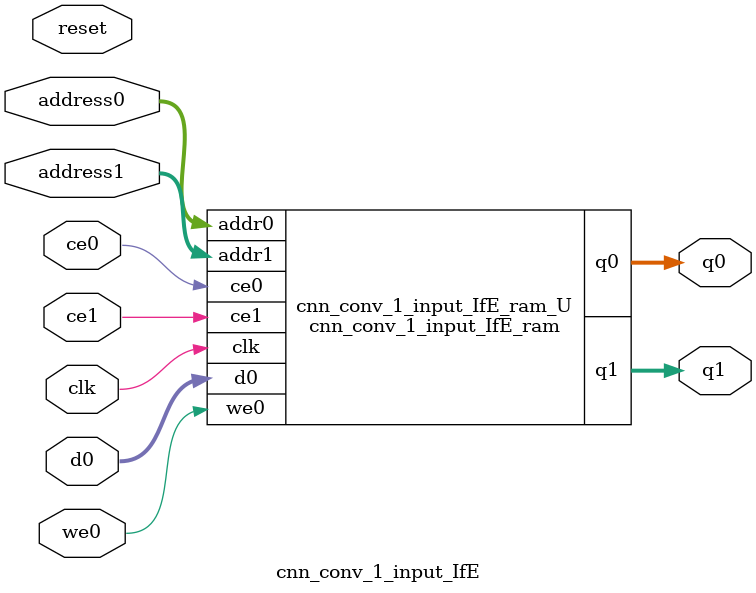
<source format=v>
`timescale 1 ns / 1 ps
module cnn_conv_1_input_IfE_ram (addr0, ce0, d0, we0, q0, addr1, ce1, q1,  clk);

parameter DWIDTH = 14;
parameter AWIDTH = 7;
parameter MEM_SIZE = 100;

input[AWIDTH-1:0] addr0;
input ce0;
input[DWIDTH-1:0] d0;
input we0;
output reg[DWIDTH-1:0] q0;
input[AWIDTH-1:0] addr1;
input ce1;
output reg[DWIDTH-1:0] q1;
input clk;

(* ram_style = "block" *)reg [DWIDTH-1:0] ram[0:MEM_SIZE-1];




always @(posedge clk)  
begin 
    if (ce0) 
    begin
        if (we0) 
        begin 
            ram[addr0] <= d0; 
        end 
        q0 <= ram[addr0];
    end
end


always @(posedge clk)  
begin 
    if (ce1) 
    begin
        q1 <= ram[addr1];
    end
end


endmodule

`timescale 1 ns / 1 ps
module cnn_conv_1_input_IfE(
    reset,
    clk,
    address0,
    ce0,
    we0,
    d0,
    q0,
    address1,
    ce1,
    q1);

parameter DataWidth = 32'd14;
parameter AddressRange = 32'd100;
parameter AddressWidth = 32'd7;
input reset;
input clk;
input[AddressWidth - 1:0] address0;
input ce0;
input we0;
input[DataWidth - 1:0] d0;
output[DataWidth - 1:0] q0;
input[AddressWidth - 1:0] address1;
input ce1;
output[DataWidth - 1:0] q1;



cnn_conv_1_input_IfE_ram cnn_conv_1_input_IfE_ram_U(
    .clk( clk ),
    .addr0( address0 ),
    .ce0( ce0 ),
    .we0( we0 ),
    .d0( d0 ),
    .q0( q0 ),
    .addr1( address1 ),
    .ce1( ce1 ),
    .q1( q1 ));

endmodule


</source>
